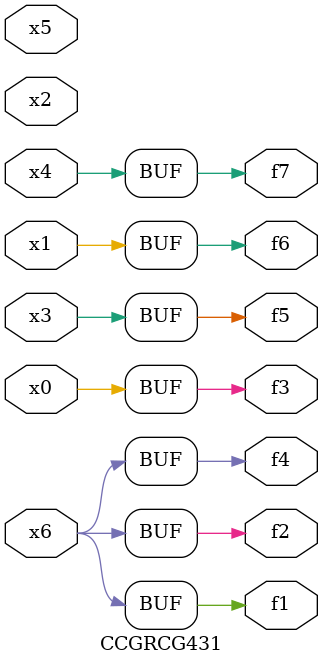
<source format=v>
module CCGRCG431(
	input x0, x1, x2, x3, x4, x5, x6,
	output f1, f2, f3, f4, f5, f6, f7
);
	assign f1 = x6;
	assign f2 = x6;
	assign f3 = x0;
	assign f4 = x6;
	assign f5 = x3;
	assign f6 = x1;
	assign f7 = x4;
endmodule

</source>
